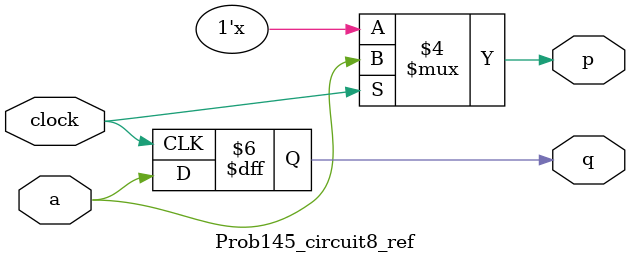
<source format=sv>

module Prob145_circuit8_ref (
  input clock,
  input a,
  output reg p,
  output reg q
);

  always @(negedge clock)
    q <= a;

  always @(*)
    if (clock)
      p = a;

endmodule


</source>
